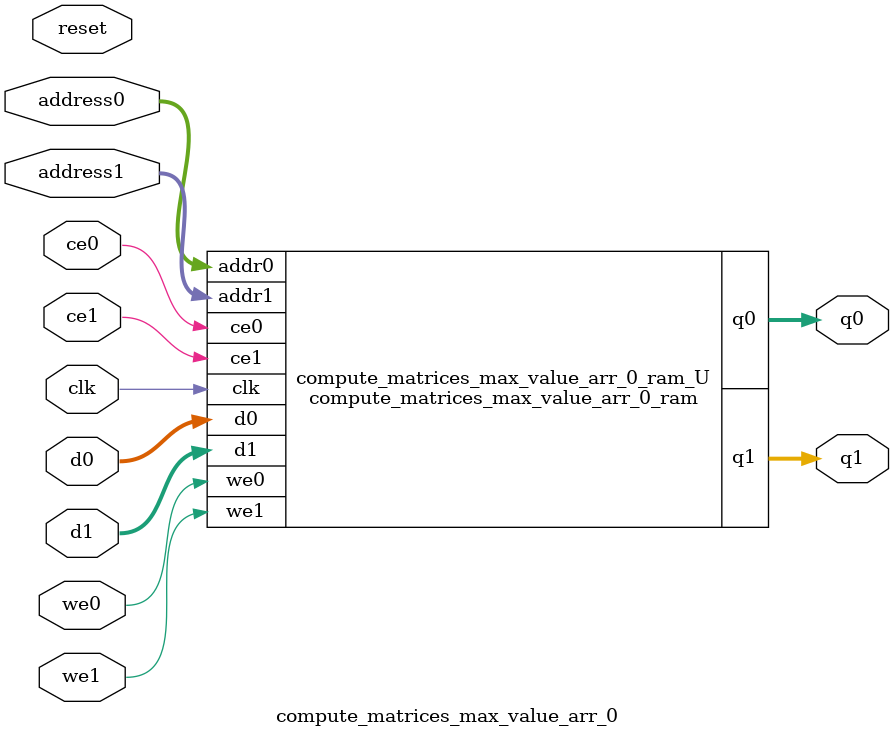
<source format=v>
`timescale 1 ns / 1 ps
module compute_matrices_max_value_arr_0_ram (addr0, ce0, d0, we0, q0, addr1, ce1, d1, we1, q1,  clk);

parameter DWIDTH = 17;
parameter AWIDTH = 2;
parameter MEM_SIZE = 4;

input[AWIDTH-1:0] addr0;
input ce0;
input[DWIDTH-1:0] d0;
input we0;
output reg[DWIDTH-1:0] q0;
input[AWIDTH-1:0] addr1;
input ce1;
input[DWIDTH-1:0] d1;
input we1;
output reg[DWIDTH-1:0] q1;
input clk;

(* ram_style = "block" *)reg [DWIDTH-1:0] ram[0:MEM_SIZE-1];




always @(posedge clk)  
begin 
    if (ce0) begin
        if (we0) 
            ram[addr0] <= d0; 
        q0 <= ram[addr0];
    end
end


always @(posedge clk)  
begin 
    if (ce1) begin
        if (we1) 
            ram[addr1] <= d1; 
        q1 <= ram[addr1];
    end
end


endmodule

`timescale 1 ns / 1 ps
module compute_matrices_max_value_arr_0(
    reset,
    clk,
    address0,
    ce0,
    we0,
    d0,
    q0,
    address1,
    ce1,
    we1,
    d1,
    q1);

parameter DataWidth = 32'd17;
parameter AddressRange = 32'd4;
parameter AddressWidth = 32'd2;
input reset;
input clk;
input[AddressWidth - 1:0] address0;
input ce0;
input we0;
input[DataWidth - 1:0] d0;
output[DataWidth - 1:0] q0;
input[AddressWidth - 1:0] address1;
input ce1;
input we1;
input[DataWidth - 1:0] d1;
output[DataWidth - 1:0] q1;



compute_matrices_max_value_arr_0_ram compute_matrices_max_value_arr_0_ram_U(
    .clk( clk ),
    .addr0( address0 ),
    .ce0( ce0 ),
    .we0( we0 ),
    .d0( d0 ),
    .q0( q0 ),
    .addr1( address1 ),
    .ce1( ce1 ),
    .we1( we1 ),
    .d1( d1 ),
    .q1( q1 ));

endmodule


</source>
